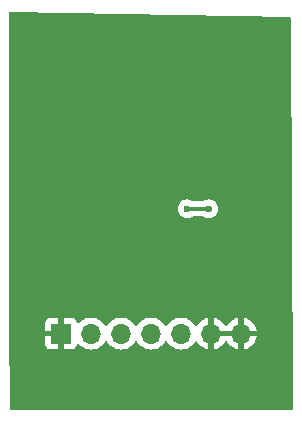
<source format=gbr>
%TF.GenerationSoftware,KiCad,Pcbnew,8.0.9-8.0.9-0~ubuntu24.04.1*%
%TF.CreationDate,2025-06-01T20:42:16+03:00*%
%TF.ProjectId,Telemetry,54656c65-6d65-4747-9279-2e6b69636164,rev?*%
%TF.SameCoordinates,Original*%
%TF.FileFunction,Copper,L2,Bot*%
%TF.FilePolarity,Positive*%
%FSLAX46Y46*%
G04 Gerber Fmt 4.6, Leading zero omitted, Abs format (unit mm)*
G04 Created by KiCad (PCBNEW 8.0.9-8.0.9-0~ubuntu24.04.1) date 2025-06-01 20:42:16*
%MOMM*%
%LPD*%
G01*
G04 APERTURE LIST*
%TA.AperFunction,ComponentPad*%
%ADD10R,1.700000X1.700000*%
%TD*%
%TA.AperFunction,ComponentPad*%
%ADD11O,1.700000X1.700000*%
%TD*%
%TA.AperFunction,ViaPad*%
%ADD12C,0.600000*%
%TD*%
%TA.AperFunction,Conductor*%
%ADD13C,0.300000*%
%TD*%
G04 APERTURE END LIST*
D10*
%TO.P,J2,1,Pin_1*%
%TO.N,GND*%
X112330000Y-87560000D03*
D11*
%TO.P,J2,2,Pin_2*%
%TO.N,/VBUS*%
X114870000Y-87560000D03*
%TO.P,J2,3,Pin_3*%
%TO.N,unconnected-(J2-Pin_3-Pad3)*%
X117410000Y-87560000D03*
%TO.P,J2,4,Pin_4*%
%TO.N,/TXD*%
X119950000Y-87560000D03*
%TO.P,J2,5,Pin_5*%
%TO.N,/RXD*%
X122490000Y-87560000D03*
%TO.P,J2,6,Pin_6*%
%TO.N,GND*%
X125030000Y-87560000D03*
%TO.P,J2,7,Pin_7*%
X127570000Y-87560000D03*
%TD*%
D12*
%TO.N,GND*%
X114945000Y-64875000D03*
X123020000Y-78900000D03*
X118270000Y-64600000D03*
X118220000Y-71400000D03*
X113310000Y-92920000D03*
X125970000Y-83050000D03*
X124120000Y-69450000D03*
%TO.N,/RED_LED*%
X124820000Y-77000000D03*
X123020000Y-77000000D03*
%TD*%
D13*
%TO.N,/RED_LED*%
X124820000Y-77000000D02*
X123020000Y-77000000D01*
%TD*%
%TA.AperFunction,Conductor*%
%TO.N,GND*%
G36*
X127104075Y-87367007D02*
G01*
X127070000Y-87494174D01*
X127070000Y-87625826D01*
X127104075Y-87752993D01*
X127136988Y-87810000D01*
X125463012Y-87810000D01*
X125495925Y-87752993D01*
X125530000Y-87625826D01*
X125530000Y-87494174D01*
X125495925Y-87367007D01*
X125463012Y-87310000D01*
X127136988Y-87310000D01*
X127104075Y-87367007D01*
G37*
%TD.AperFunction*%
%TA.AperFunction,Conductor*%
G36*
X131699038Y-60797570D02*
G01*
X131765667Y-60818597D01*
X131810352Y-60872309D01*
X131820545Y-60920986D01*
X131969436Y-93925180D01*
X131950054Y-93992307D01*
X131897457Y-94038300D01*
X131845179Y-94049739D01*
X108093558Y-94000257D01*
X108026559Y-93980433D01*
X107980915Y-93927533D01*
X107969816Y-93876443D01*
X107959106Y-86662155D01*
X110980000Y-86662155D01*
X110980000Y-87310000D01*
X111896988Y-87310000D01*
X111864075Y-87367007D01*
X111830000Y-87494174D01*
X111830000Y-87625826D01*
X111864075Y-87752993D01*
X111896988Y-87810000D01*
X110980000Y-87810000D01*
X110980000Y-88457844D01*
X110986401Y-88517372D01*
X110986403Y-88517379D01*
X111036645Y-88652086D01*
X111036649Y-88652093D01*
X111122809Y-88767187D01*
X111122812Y-88767190D01*
X111237906Y-88853350D01*
X111237913Y-88853354D01*
X111372620Y-88903596D01*
X111372627Y-88903598D01*
X111432155Y-88909999D01*
X111432172Y-88910000D01*
X112080000Y-88910000D01*
X112080000Y-87993012D01*
X112137007Y-88025925D01*
X112264174Y-88060000D01*
X112395826Y-88060000D01*
X112522993Y-88025925D01*
X112580000Y-87993012D01*
X112580000Y-88910000D01*
X113227828Y-88910000D01*
X113227844Y-88909999D01*
X113287372Y-88903598D01*
X113287379Y-88903596D01*
X113422086Y-88853354D01*
X113422093Y-88853350D01*
X113537187Y-88767190D01*
X113537190Y-88767187D01*
X113623350Y-88652093D01*
X113623354Y-88652086D01*
X113672422Y-88520529D01*
X113714293Y-88464595D01*
X113779757Y-88440178D01*
X113848030Y-88455030D01*
X113876285Y-88476181D01*
X113998599Y-88598495D01*
X114075135Y-88652086D01*
X114192165Y-88734032D01*
X114192167Y-88734033D01*
X114192170Y-88734035D01*
X114406337Y-88833903D01*
X114634592Y-88895063D01*
X114805319Y-88910000D01*
X114869999Y-88915659D01*
X114870000Y-88915659D01*
X114870001Y-88915659D01*
X114934681Y-88910000D01*
X115105408Y-88895063D01*
X115333663Y-88833903D01*
X115547830Y-88734035D01*
X115741401Y-88598495D01*
X115908495Y-88431401D01*
X116038425Y-88245842D01*
X116093002Y-88202217D01*
X116162500Y-88195023D01*
X116224855Y-88226546D01*
X116241575Y-88245842D01*
X116371281Y-88431082D01*
X116371505Y-88431401D01*
X116538599Y-88598495D01*
X116615135Y-88652086D01*
X116732165Y-88734032D01*
X116732167Y-88734033D01*
X116732170Y-88734035D01*
X116946337Y-88833903D01*
X117174592Y-88895063D01*
X117345319Y-88910000D01*
X117409999Y-88915659D01*
X117410000Y-88915659D01*
X117410001Y-88915659D01*
X117474681Y-88910000D01*
X117645408Y-88895063D01*
X117873663Y-88833903D01*
X118087830Y-88734035D01*
X118281401Y-88598495D01*
X118448495Y-88431401D01*
X118578425Y-88245842D01*
X118633002Y-88202217D01*
X118702500Y-88195023D01*
X118764855Y-88226546D01*
X118781575Y-88245842D01*
X118911281Y-88431082D01*
X118911505Y-88431401D01*
X119078599Y-88598495D01*
X119155135Y-88652086D01*
X119272165Y-88734032D01*
X119272167Y-88734033D01*
X119272170Y-88734035D01*
X119486337Y-88833903D01*
X119714592Y-88895063D01*
X119885319Y-88910000D01*
X119949999Y-88915659D01*
X119950000Y-88915659D01*
X119950001Y-88915659D01*
X120014681Y-88910000D01*
X120185408Y-88895063D01*
X120413663Y-88833903D01*
X120627830Y-88734035D01*
X120821401Y-88598495D01*
X120988495Y-88431401D01*
X121118425Y-88245842D01*
X121173002Y-88202217D01*
X121242500Y-88195023D01*
X121304855Y-88226546D01*
X121321575Y-88245842D01*
X121451281Y-88431082D01*
X121451505Y-88431401D01*
X121618599Y-88598495D01*
X121695135Y-88652086D01*
X121812165Y-88734032D01*
X121812167Y-88734033D01*
X121812170Y-88734035D01*
X122026337Y-88833903D01*
X122254592Y-88895063D01*
X122425319Y-88910000D01*
X122489999Y-88915659D01*
X122490000Y-88915659D01*
X122490001Y-88915659D01*
X122554681Y-88910000D01*
X122725408Y-88895063D01*
X122953663Y-88833903D01*
X123167830Y-88734035D01*
X123361401Y-88598495D01*
X123528495Y-88431401D01*
X123658730Y-88245405D01*
X123713307Y-88201781D01*
X123782805Y-88194587D01*
X123845160Y-88226110D01*
X123861879Y-88245405D01*
X123991890Y-88431078D01*
X124158917Y-88598105D01*
X124352421Y-88733600D01*
X124566507Y-88833429D01*
X124566516Y-88833433D01*
X124780000Y-88890634D01*
X124780000Y-87993012D01*
X124837007Y-88025925D01*
X124964174Y-88060000D01*
X125095826Y-88060000D01*
X125222993Y-88025925D01*
X125280000Y-87993012D01*
X125280000Y-88890633D01*
X125493483Y-88833433D01*
X125493492Y-88833429D01*
X125707578Y-88733600D01*
X125901082Y-88598105D01*
X126068105Y-88431082D01*
X126198425Y-88244968D01*
X126253002Y-88201344D01*
X126322501Y-88194151D01*
X126384855Y-88225673D01*
X126401575Y-88244968D01*
X126531894Y-88431082D01*
X126698917Y-88598105D01*
X126892421Y-88733600D01*
X127106507Y-88833429D01*
X127106516Y-88833433D01*
X127320000Y-88890634D01*
X127320000Y-87993012D01*
X127377007Y-88025925D01*
X127504174Y-88060000D01*
X127635826Y-88060000D01*
X127762993Y-88025925D01*
X127820000Y-87993012D01*
X127820000Y-88890633D01*
X128033483Y-88833433D01*
X128033492Y-88833429D01*
X128247578Y-88733600D01*
X128441082Y-88598105D01*
X128608105Y-88431082D01*
X128743600Y-88237578D01*
X128843429Y-88023492D01*
X128843432Y-88023486D01*
X128900636Y-87810000D01*
X128003012Y-87810000D01*
X128035925Y-87752993D01*
X128070000Y-87625826D01*
X128070000Y-87494174D01*
X128035925Y-87367007D01*
X128003012Y-87310000D01*
X128900636Y-87310000D01*
X128900635Y-87309999D01*
X128843432Y-87096513D01*
X128843429Y-87096507D01*
X128743600Y-86882422D01*
X128743599Y-86882420D01*
X128608113Y-86688926D01*
X128608108Y-86688920D01*
X128441082Y-86521894D01*
X128247578Y-86386399D01*
X128033492Y-86286570D01*
X128033486Y-86286567D01*
X127820000Y-86229364D01*
X127820000Y-87126988D01*
X127762993Y-87094075D01*
X127635826Y-87060000D01*
X127504174Y-87060000D01*
X127377007Y-87094075D01*
X127320000Y-87126988D01*
X127320000Y-86229364D01*
X127319999Y-86229364D01*
X127106513Y-86286567D01*
X127106507Y-86286570D01*
X126892422Y-86386399D01*
X126892420Y-86386400D01*
X126698926Y-86521886D01*
X126698920Y-86521891D01*
X126531891Y-86688920D01*
X126531890Y-86688922D01*
X126401575Y-86875031D01*
X126346998Y-86918655D01*
X126277499Y-86925848D01*
X126215145Y-86894326D01*
X126198425Y-86875031D01*
X126068109Y-86688922D01*
X126068108Y-86688920D01*
X125901082Y-86521894D01*
X125707578Y-86386399D01*
X125493492Y-86286570D01*
X125493486Y-86286567D01*
X125280000Y-86229364D01*
X125280000Y-87126988D01*
X125222993Y-87094075D01*
X125095826Y-87060000D01*
X124964174Y-87060000D01*
X124837007Y-87094075D01*
X124780000Y-87126988D01*
X124780000Y-86229364D01*
X124779999Y-86229364D01*
X124566513Y-86286567D01*
X124566507Y-86286570D01*
X124352422Y-86386399D01*
X124352420Y-86386400D01*
X124158926Y-86521886D01*
X124158920Y-86521891D01*
X123991891Y-86688920D01*
X123991890Y-86688922D01*
X123861880Y-86874595D01*
X123807303Y-86918219D01*
X123737804Y-86925412D01*
X123675450Y-86893890D01*
X123658730Y-86874594D01*
X123528494Y-86688597D01*
X123361402Y-86521506D01*
X123361395Y-86521501D01*
X123167834Y-86385967D01*
X123167830Y-86385965D01*
X123096727Y-86352809D01*
X122953663Y-86286097D01*
X122953659Y-86286096D01*
X122953655Y-86286094D01*
X122725413Y-86224938D01*
X122725403Y-86224936D01*
X122490001Y-86204341D01*
X122489999Y-86204341D01*
X122254596Y-86224936D01*
X122254586Y-86224938D01*
X122026344Y-86286094D01*
X122026335Y-86286098D01*
X121812171Y-86385964D01*
X121812169Y-86385965D01*
X121618597Y-86521505D01*
X121451505Y-86688597D01*
X121321575Y-86874158D01*
X121266998Y-86917783D01*
X121197500Y-86924977D01*
X121135145Y-86893454D01*
X121118425Y-86874158D01*
X120988494Y-86688597D01*
X120821402Y-86521506D01*
X120821395Y-86521501D01*
X120627834Y-86385967D01*
X120627830Y-86385965D01*
X120556727Y-86352809D01*
X120413663Y-86286097D01*
X120413659Y-86286096D01*
X120413655Y-86286094D01*
X120185413Y-86224938D01*
X120185403Y-86224936D01*
X119950001Y-86204341D01*
X119949999Y-86204341D01*
X119714596Y-86224936D01*
X119714586Y-86224938D01*
X119486344Y-86286094D01*
X119486335Y-86286098D01*
X119272171Y-86385964D01*
X119272169Y-86385965D01*
X119078597Y-86521505D01*
X118911505Y-86688597D01*
X118781575Y-86874158D01*
X118726998Y-86917783D01*
X118657500Y-86924977D01*
X118595145Y-86893454D01*
X118578425Y-86874158D01*
X118448494Y-86688597D01*
X118281402Y-86521506D01*
X118281395Y-86521501D01*
X118087834Y-86385967D01*
X118087830Y-86385965D01*
X118016727Y-86352809D01*
X117873663Y-86286097D01*
X117873659Y-86286096D01*
X117873655Y-86286094D01*
X117645413Y-86224938D01*
X117645403Y-86224936D01*
X117410001Y-86204341D01*
X117409999Y-86204341D01*
X117174596Y-86224936D01*
X117174586Y-86224938D01*
X116946344Y-86286094D01*
X116946335Y-86286098D01*
X116732171Y-86385964D01*
X116732169Y-86385965D01*
X116538597Y-86521505D01*
X116371505Y-86688597D01*
X116241575Y-86874158D01*
X116186998Y-86917783D01*
X116117500Y-86924977D01*
X116055145Y-86893454D01*
X116038425Y-86874158D01*
X115908494Y-86688597D01*
X115741402Y-86521506D01*
X115741395Y-86521501D01*
X115547834Y-86385967D01*
X115547830Y-86385965D01*
X115476727Y-86352809D01*
X115333663Y-86286097D01*
X115333659Y-86286096D01*
X115333655Y-86286094D01*
X115105413Y-86224938D01*
X115105403Y-86224936D01*
X114870001Y-86204341D01*
X114869999Y-86204341D01*
X114634596Y-86224936D01*
X114634586Y-86224938D01*
X114406344Y-86286094D01*
X114406335Y-86286098D01*
X114192171Y-86385964D01*
X114192169Y-86385965D01*
X113998600Y-86521503D01*
X113876284Y-86643819D01*
X113814961Y-86677303D01*
X113745269Y-86672319D01*
X113689336Y-86630447D01*
X113672421Y-86599470D01*
X113623354Y-86467913D01*
X113623350Y-86467906D01*
X113537190Y-86352812D01*
X113537187Y-86352809D01*
X113422093Y-86266649D01*
X113422086Y-86266645D01*
X113287379Y-86216403D01*
X113287372Y-86216401D01*
X113227844Y-86210000D01*
X112580000Y-86210000D01*
X112580000Y-87126988D01*
X112522993Y-87094075D01*
X112395826Y-87060000D01*
X112264174Y-87060000D01*
X112137007Y-87094075D01*
X112080000Y-87126988D01*
X112080000Y-86210000D01*
X111432155Y-86210000D01*
X111372627Y-86216401D01*
X111372620Y-86216403D01*
X111237913Y-86266645D01*
X111237906Y-86266649D01*
X111122812Y-86352809D01*
X111122809Y-86352812D01*
X111036649Y-86467906D01*
X111036645Y-86467913D01*
X110986403Y-86602620D01*
X110986401Y-86602627D01*
X110980000Y-86662155D01*
X107959106Y-86662155D01*
X107944762Y-76999996D01*
X122214435Y-76999996D01*
X122214435Y-77000003D01*
X122234630Y-77179249D01*
X122234631Y-77179254D01*
X122294211Y-77349523D01*
X122390184Y-77502262D01*
X122517738Y-77629816D01*
X122670478Y-77725789D01*
X122840739Y-77785366D01*
X122840745Y-77785368D01*
X122840750Y-77785369D01*
X123019996Y-77805565D01*
X123020000Y-77805565D01*
X123020004Y-77805565D01*
X123199249Y-77785369D01*
X123199251Y-77785368D01*
X123199255Y-77785368D01*
X123199258Y-77785366D01*
X123199262Y-77785366D01*
X123289377Y-77753832D01*
X123369522Y-77725789D01*
X123459096Y-77669505D01*
X123525068Y-77650500D01*
X124314932Y-77650500D01*
X124380904Y-77669506D01*
X124470477Y-77725789D01*
X124470481Y-77725790D01*
X124640737Y-77785366D01*
X124640743Y-77785367D01*
X124640745Y-77785368D01*
X124640746Y-77785368D01*
X124640750Y-77785369D01*
X124819996Y-77805565D01*
X124820000Y-77805565D01*
X124820004Y-77805565D01*
X124999249Y-77785369D01*
X124999252Y-77785368D01*
X124999255Y-77785368D01*
X125169522Y-77725789D01*
X125322262Y-77629816D01*
X125449816Y-77502262D01*
X125545789Y-77349522D01*
X125605368Y-77179255D01*
X125625565Y-77000000D01*
X125605368Y-76820745D01*
X125545789Y-76650478D01*
X125449816Y-76497738D01*
X125322262Y-76370184D01*
X125259096Y-76330494D01*
X125169523Y-76274211D01*
X124999254Y-76214631D01*
X124999249Y-76214630D01*
X124820004Y-76194435D01*
X124819996Y-76194435D01*
X124640750Y-76214630D01*
X124640737Y-76214633D01*
X124470481Y-76274209D01*
X124470477Y-76274210D01*
X124380904Y-76330494D01*
X124314932Y-76349500D01*
X123525068Y-76349500D01*
X123459096Y-76330494D01*
X123369522Y-76274210D01*
X123369518Y-76274209D01*
X123199262Y-76214633D01*
X123199249Y-76214630D01*
X123020004Y-76194435D01*
X123019996Y-76194435D01*
X122840750Y-76214630D01*
X122840745Y-76214631D01*
X122670476Y-76274211D01*
X122517737Y-76370184D01*
X122390184Y-76497737D01*
X122294211Y-76650476D01*
X122234631Y-76820745D01*
X122234630Y-76820750D01*
X122214435Y-76999996D01*
X107944762Y-76999996D01*
X107920188Y-60446702D01*
X107939773Y-60379634D01*
X107992509Y-60333801D01*
X108046677Y-60322544D01*
X131699038Y-60797570D01*
G37*
%TD.AperFunction*%
%TD*%
M02*

</source>
